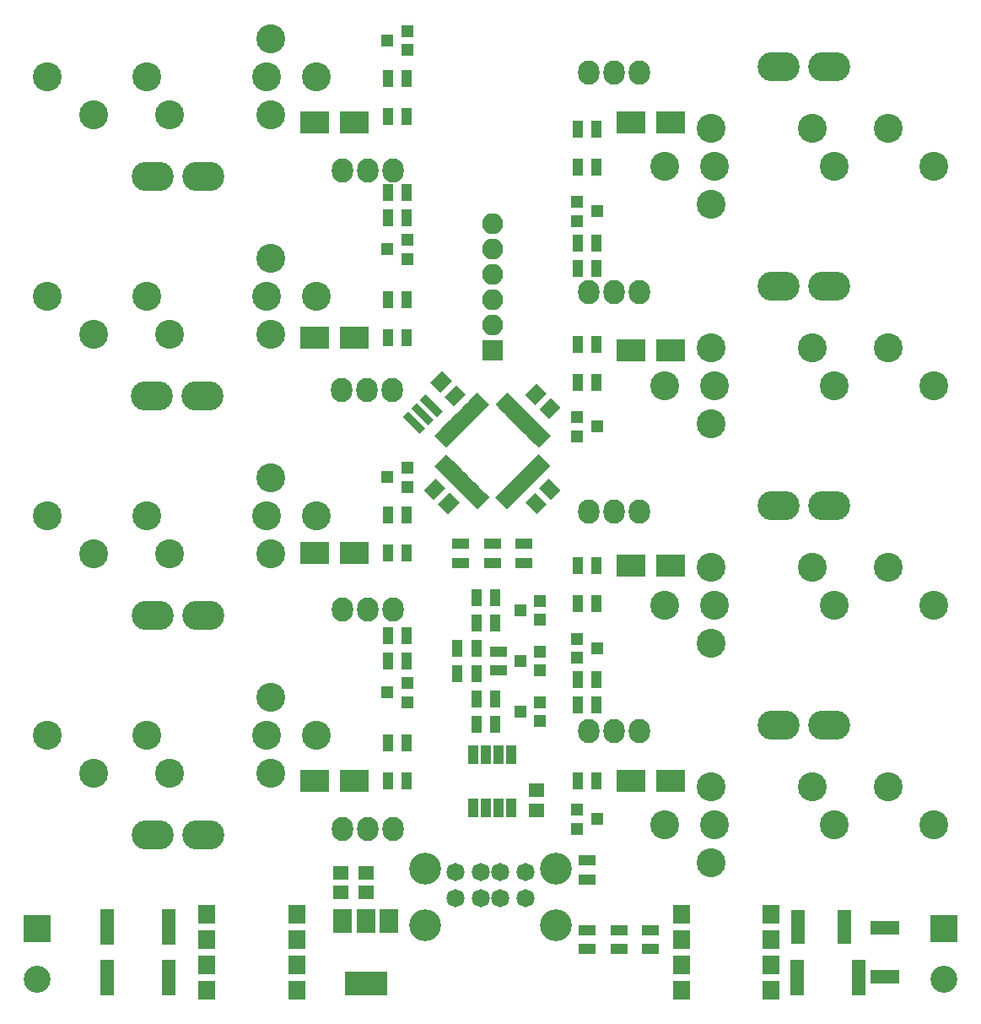
<source format=gts>
G04 #@! TF.FileFunction,Soldermask,Top*
%FSLAX46Y46*%
G04 Gerber Fmt 4.6, Leading zero omitted, Abs format (unit mm)*
G04 Created by KiCad (PCBNEW 4.0.2+dfsg1-stable) date Tue 05 Jun 2018 02:18:01 AM EDT*
%MOMM*%
G01*
G04 APERTURE LIST*
%ADD10C,0.150000*%
%ADD11R,2.900000X2.200000*%
%ADD12C,2.900000*%
%ADD13R,1.650000X1.400000*%
%ADD14R,1.400000X3.400000*%
%ADD15O,4.210000X2.940000*%
%ADD16O,2.127200X2.432000*%
%ADD17R,2.100000X2.100000*%
%ADD18O,2.100000X2.100000*%
%ADD19C,1.820000*%
%ADD20C,3.200000*%
%ADD21R,2.700000X2.700000*%
%ADD22C,2.700000*%
%ADD23R,1.300000X1.200000*%
%ADD24R,1.100000X1.700000*%
%ADD25R,1.700000X1.100000*%
%ADD26R,2.900000X1.400000*%
%ADD27R,1.400000X3.600000*%
%ADD28R,1.000000X1.950000*%
%ADD29R,4.200000X2.400000*%
%ADD30R,1.900000X2.400000*%
%ADD31R,1.700000X1.900000*%
G04 APERTURE END LIST*
D10*
D11*
X68040000Y44450000D03*
X64040000Y44450000D03*
D12*
X72110000Y44310000D03*
X72110000Y36690000D03*
X82270000Y44310000D03*
X89890000Y44310000D03*
X94500000Y40500000D03*
X84500000Y40500000D03*
X72500000Y40500000D03*
X67500000Y40500000D03*
D10*
G36*
X52127221Y50608311D02*
X51667602Y50148692D01*
X50465521Y51350773D01*
X50925140Y51810392D01*
X52127221Y50608311D01*
X52127221Y50608311D01*
G37*
G36*
X52480774Y50961864D02*
X52021155Y50502245D01*
X50819074Y51704326D01*
X51278693Y52163945D01*
X52480774Y50961864D01*
X52480774Y50961864D01*
G37*
G36*
X52834328Y51315418D02*
X52374709Y50855799D01*
X51172628Y52057880D01*
X51632247Y52517499D01*
X52834328Y51315418D01*
X52834328Y51315418D01*
G37*
G36*
X53187881Y51668971D02*
X52728262Y51209352D01*
X51526181Y52411433D01*
X51985800Y52871052D01*
X53187881Y51668971D01*
X53187881Y51668971D01*
G37*
G36*
X53541434Y52022524D02*
X53081815Y51562905D01*
X51879734Y52764986D01*
X52339353Y53224605D01*
X53541434Y52022524D01*
X53541434Y52022524D01*
G37*
G36*
X53894988Y52376078D02*
X53435369Y51916459D01*
X52233288Y53118540D01*
X52692907Y53578159D01*
X53894988Y52376078D01*
X53894988Y52376078D01*
G37*
G36*
X54248541Y52729631D02*
X53788922Y52270012D01*
X52586841Y53472093D01*
X53046460Y53931712D01*
X54248541Y52729631D01*
X54248541Y52729631D01*
G37*
G36*
X54602095Y53083185D02*
X54142476Y52623566D01*
X52940395Y53825647D01*
X53400014Y54285266D01*
X54602095Y53083185D01*
X54602095Y53083185D01*
G37*
G36*
X54955648Y53436738D02*
X54496029Y52977119D01*
X53293948Y54179200D01*
X53753567Y54638819D01*
X54955648Y53436738D01*
X54955648Y53436738D01*
G37*
G36*
X55309201Y53790291D02*
X54849582Y53330672D01*
X53647501Y54532753D01*
X54107120Y54992372D01*
X55309201Y53790291D01*
X55309201Y53790291D01*
G37*
G36*
X55662755Y54143845D02*
X55203136Y53684226D01*
X54001055Y54886307D01*
X54460674Y55345926D01*
X55662755Y54143845D01*
X55662755Y54143845D01*
G37*
G36*
X56016308Y54497398D02*
X55556689Y54037779D01*
X54354608Y55239860D01*
X54814227Y55699479D01*
X56016308Y54497398D01*
X56016308Y54497398D01*
G37*
G36*
X55556689Y57962221D02*
X56016308Y57502602D01*
X54814227Y56300521D01*
X54354608Y56760140D01*
X55556689Y57962221D01*
X55556689Y57962221D01*
G37*
G36*
X55203136Y58315774D02*
X55662755Y57856155D01*
X54460674Y56654074D01*
X54001055Y57113693D01*
X55203136Y58315774D01*
X55203136Y58315774D01*
G37*
G36*
X54849582Y58669328D02*
X55309201Y58209709D01*
X54107120Y57007628D01*
X53647501Y57467247D01*
X54849582Y58669328D01*
X54849582Y58669328D01*
G37*
G36*
X54496029Y59022881D02*
X54955648Y58563262D01*
X53753567Y57361181D01*
X53293948Y57820800D01*
X54496029Y59022881D01*
X54496029Y59022881D01*
G37*
G36*
X54142476Y59376434D02*
X54602095Y58916815D01*
X53400014Y57714734D01*
X52940395Y58174353D01*
X54142476Y59376434D01*
X54142476Y59376434D01*
G37*
G36*
X53788922Y59729988D02*
X54248541Y59270369D01*
X53046460Y58068288D01*
X52586841Y58527907D01*
X53788922Y59729988D01*
X53788922Y59729988D01*
G37*
G36*
X53435369Y60083541D02*
X53894988Y59623922D01*
X52692907Y58421841D01*
X52233288Y58881460D01*
X53435369Y60083541D01*
X53435369Y60083541D01*
G37*
G36*
X53081815Y60437095D02*
X53541434Y59977476D01*
X52339353Y58775395D01*
X51879734Y59235014D01*
X53081815Y60437095D01*
X53081815Y60437095D01*
G37*
G36*
X52728262Y60790648D02*
X53187881Y60331029D01*
X51985800Y59128948D01*
X51526181Y59588567D01*
X52728262Y60790648D01*
X52728262Y60790648D01*
G37*
G36*
X52374709Y61144201D02*
X52834328Y60684582D01*
X51632247Y59482501D01*
X51172628Y59942120D01*
X52374709Y61144201D01*
X52374709Y61144201D01*
G37*
G36*
X52021155Y61497755D02*
X52480774Y61038136D01*
X51278693Y59836055D01*
X50819074Y60295674D01*
X52021155Y61497755D01*
X52021155Y61497755D01*
G37*
G36*
X51667602Y61851308D02*
X52127221Y61391689D01*
X50925140Y60189608D01*
X50465521Y60649227D01*
X51667602Y61851308D01*
X51667602Y61851308D01*
G37*
G36*
X49864479Y60649227D02*
X49404860Y60189608D01*
X48202779Y61391689D01*
X48662398Y61851308D01*
X49864479Y60649227D01*
X49864479Y60649227D01*
G37*
G36*
X49510926Y60295674D02*
X49051307Y59836055D01*
X47849226Y61038136D01*
X48308845Y61497755D01*
X49510926Y60295674D01*
X49510926Y60295674D01*
G37*
G36*
X49157372Y59942120D02*
X48697753Y59482501D01*
X47495672Y60684582D01*
X47955291Y61144201D01*
X49157372Y59942120D01*
X49157372Y59942120D01*
G37*
G36*
X48803819Y59588567D02*
X48344200Y59128948D01*
X47142119Y60331029D01*
X47601738Y60790648D01*
X48803819Y59588567D01*
X48803819Y59588567D01*
G37*
G36*
X48450266Y59235014D02*
X47990647Y58775395D01*
X46788566Y59977476D01*
X47248185Y60437095D01*
X48450266Y59235014D01*
X48450266Y59235014D01*
G37*
G36*
X48096712Y58881460D02*
X47637093Y58421841D01*
X46435012Y59623922D01*
X46894631Y60083541D01*
X48096712Y58881460D01*
X48096712Y58881460D01*
G37*
G36*
X47743159Y58527907D02*
X47283540Y58068288D01*
X46081459Y59270369D01*
X46541078Y59729988D01*
X47743159Y58527907D01*
X47743159Y58527907D01*
G37*
G36*
X47389605Y58174353D02*
X46929986Y57714734D01*
X45727905Y58916815D01*
X46187524Y59376434D01*
X47389605Y58174353D01*
X47389605Y58174353D01*
G37*
G36*
X47036052Y57820800D02*
X46576433Y57361181D01*
X45374352Y58563262D01*
X45833971Y59022881D01*
X47036052Y57820800D01*
X47036052Y57820800D01*
G37*
G36*
X46682499Y57467247D02*
X46222880Y57007628D01*
X45020799Y58209709D01*
X45480418Y58669328D01*
X46682499Y57467247D01*
X46682499Y57467247D01*
G37*
G36*
X46328945Y57113693D02*
X45869326Y56654074D01*
X44667245Y57856155D01*
X45126864Y58315774D01*
X46328945Y57113693D01*
X46328945Y57113693D01*
G37*
G36*
X45975392Y56760140D02*
X45515773Y56300521D01*
X44313692Y57502602D01*
X44773311Y57962221D01*
X45975392Y56760140D01*
X45975392Y56760140D01*
G37*
G36*
X45515773Y55699479D02*
X45975392Y55239860D01*
X44773311Y54037779D01*
X44313692Y54497398D01*
X45515773Y55699479D01*
X45515773Y55699479D01*
G37*
G36*
X45869326Y55345926D02*
X46328945Y54886307D01*
X45126864Y53684226D01*
X44667245Y54143845D01*
X45869326Y55345926D01*
X45869326Y55345926D01*
G37*
G36*
X46222880Y54992372D02*
X46682499Y54532753D01*
X45480418Y53330672D01*
X45020799Y53790291D01*
X46222880Y54992372D01*
X46222880Y54992372D01*
G37*
G36*
X46576433Y54638819D02*
X47036052Y54179200D01*
X45833971Y52977119D01*
X45374352Y53436738D01*
X46576433Y54638819D01*
X46576433Y54638819D01*
G37*
G36*
X46929986Y54285266D02*
X47389605Y53825647D01*
X46187524Y52623566D01*
X45727905Y53083185D01*
X46929986Y54285266D01*
X46929986Y54285266D01*
G37*
G36*
X47283540Y53931712D02*
X47743159Y53472093D01*
X46541078Y52270012D01*
X46081459Y52729631D01*
X47283540Y53931712D01*
X47283540Y53931712D01*
G37*
G36*
X47637093Y53578159D02*
X48096712Y53118540D01*
X46894631Y51916459D01*
X46435012Y52376078D01*
X47637093Y53578159D01*
X47637093Y53578159D01*
G37*
G36*
X47990647Y53224605D02*
X48450266Y52764986D01*
X47248185Y51562905D01*
X46788566Y52022524D01*
X47990647Y53224605D01*
X47990647Y53224605D01*
G37*
G36*
X48344200Y52871052D02*
X48803819Y52411433D01*
X47601738Y51209352D01*
X47142119Y51668971D01*
X48344200Y52871052D01*
X48344200Y52871052D01*
G37*
G36*
X48697753Y52517499D02*
X49157372Y52057880D01*
X47955291Y50855799D01*
X47495672Y51315418D01*
X48697753Y52517499D01*
X48697753Y52517499D01*
G37*
G36*
X49051307Y52163945D02*
X49510926Y51704326D01*
X48308845Y50502245D01*
X47849226Y50961864D01*
X49051307Y52163945D01*
X49051307Y52163945D01*
G37*
G36*
X49404860Y51810392D02*
X49864479Y51350773D01*
X48662398Y50148692D01*
X48202779Y50608311D01*
X49404860Y51810392D01*
X49404860Y51810392D01*
G37*
G36*
X57030445Y60341281D02*
X55863719Y59174555D01*
X54873769Y60164505D01*
X56040495Y61331231D01*
X57030445Y60341281D01*
X57030445Y60341281D01*
G37*
G36*
X55616231Y61755495D02*
X54449505Y60588769D01*
X53459555Y61578719D01*
X54626281Y62745445D01*
X55616231Y61755495D01*
X55616231Y61755495D01*
G37*
G36*
X46870445Y50816281D02*
X45703719Y49649555D01*
X44713769Y50639505D01*
X45880495Y51806231D01*
X46870445Y50816281D01*
X46870445Y50816281D01*
G37*
G36*
X45456231Y52230495D02*
X44289505Y51063769D01*
X43299555Y52053719D01*
X44466281Y53220445D01*
X45456231Y52230495D01*
X45456231Y52230495D01*
G37*
G36*
X47505445Y61611281D02*
X46338719Y60444555D01*
X45348769Y61434505D01*
X46515495Y62601231D01*
X47505445Y61611281D01*
X47505445Y61611281D01*
G37*
G36*
X46091231Y63025495D02*
X44924505Y61858769D01*
X43934555Y62848719D01*
X45101281Y64015445D01*
X46091231Y63025495D01*
X46091231Y63025495D01*
G37*
G36*
X55863719Y53220445D02*
X57030445Y52053719D01*
X56040495Y51063769D01*
X54873769Y52230495D01*
X55863719Y53220445D01*
X55863719Y53220445D01*
G37*
G36*
X54449505Y51806231D02*
X55616231Y50639505D01*
X54626281Y49649555D01*
X53459555Y50816281D01*
X54449505Y51806231D01*
X54449505Y51806231D01*
G37*
D13*
X54610000Y19955000D03*
X54610000Y21955000D03*
X34925000Y11700000D03*
X34925000Y13700000D03*
X37465000Y11700000D03*
X37465000Y13700000D03*
D14*
X85485000Y8255000D03*
X80885000Y8255000D03*
D12*
X27890000Y89690000D03*
X27890000Y97310000D03*
X17730000Y89690000D03*
X10110000Y89690000D03*
X5500000Y93500000D03*
X15500000Y93500000D03*
X27500000Y93500000D03*
X32500000Y93500000D03*
X72110000Y88310000D03*
X72110000Y80690000D03*
X82270000Y88310000D03*
X89890000Y88310000D03*
X94500000Y84500000D03*
X84500000Y84500000D03*
X72500000Y84500000D03*
X67500000Y84500000D03*
X72110000Y66310000D03*
X72110000Y58690000D03*
X82270000Y66310000D03*
X89890000Y66310000D03*
X94500000Y62500000D03*
X84500000Y62500000D03*
X72500000Y62500000D03*
X67500000Y62500000D03*
X72110000Y22310000D03*
X72110000Y14690000D03*
X82270000Y22310000D03*
X89890000Y22310000D03*
X94500000Y18500000D03*
X84500000Y18500000D03*
X72500000Y18500000D03*
X67500000Y18500000D03*
X27890000Y23690000D03*
X27890000Y31310000D03*
X17730000Y23690000D03*
X10110000Y23690000D03*
X5500000Y27500000D03*
X15500000Y27500000D03*
X27500000Y27500000D03*
X32500000Y27500000D03*
X27890000Y45690000D03*
X27890000Y53310000D03*
X17730000Y45690000D03*
X10110000Y45690000D03*
X5500000Y49500000D03*
X15500000Y49500000D03*
X27500000Y49500000D03*
X32500000Y49500000D03*
X27890000Y67690000D03*
X27890000Y75310000D03*
X17730000Y67690000D03*
X10110000Y67690000D03*
X5500000Y71500000D03*
X15500000Y71500000D03*
X27500000Y71500000D03*
X32500000Y71500000D03*
D15*
X16050000Y83500000D03*
X21130000Y83500000D03*
D16*
X35100000Y84074800D03*
X37640000Y84074800D03*
X40180000Y84074800D03*
D15*
X83950000Y94500000D03*
X78870000Y94500000D03*
D16*
X64900000Y93925200D03*
X62360000Y93925200D03*
X59820000Y93925200D03*
D15*
X83950000Y72500000D03*
X78870000Y72500000D03*
D16*
X64900000Y71925200D03*
X62360000Y71925200D03*
X59820000Y71925200D03*
D15*
X83950000Y50500000D03*
X78870000Y50500000D03*
D16*
X64900000Y49925200D03*
X62360000Y49925200D03*
X59820000Y49925200D03*
D15*
X83950000Y28500000D03*
X78870000Y28500000D03*
D16*
X64900000Y27925200D03*
X62360000Y27925200D03*
X59820000Y27925200D03*
D15*
X16050000Y17500000D03*
X21130000Y17500000D03*
D16*
X35100000Y18074800D03*
X37640000Y18074800D03*
X40180000Y18074800D03*
D15*
X16050000Y39500000D03*
X21130000Y39500000D03*
D16*
X35100000Y40074800D03*
X37640000Y40074800D03*
X40180000Y40074800D03*
D15*
X16000000Y61500000D03*
X21080000Y61500000D03*
D16*
X35050000Y62074800D03*
X37590000Y62074800D03*
X40130000Y62074800D03*
D17*
X50165000Y66040000D03*
D18*
X50165000Y68580000D03*
X50165000Y71120000D03*
X50165000Y73660000D03*
X50165000Y76200000D03*
X50165000Y78740000D03*
D19*
X46500000Y13725005D03*
X49000000Y13725005D03*
X51000000Y13725005D03*
X53500000Y13725005D03*
X46500000Y11105005D03*
X49000000Y11105005D03*
X51000000Y11105005D03*
X53500000Y11105005D03*
D20*
X56570000Y8395005D03*
X56570000Y14075005D03*
X43430000Y14075005D03*
X43430000Y8395005D03*
D21*
X95500000Y8040000D03*
D22*
X95500000Y2960000D03*
D21*
X4445000Y8040000D03*
D22*
X4445000Y2960000D03*
D23*
X41640000Y96205000D03*
X41640000Y98105000D03*
X39640000Y97155000D03*
X58690000Y80960000D03*
X58690000Y79060000D03*
X60690000Y80010000D03*
X58690000Y59370000D03*
X58690000Y57470000D03*
X60690000Y58420000D03*
X58690000Y37145000D03*
X58690000Y35245000D03*
X60690000Y36195000D03*
X58690000Y20000000D03*
X58690000Y18100000D03*
X60690000Y19050000D03*
X41640000Y30800000D03*
X41640000Y32700000D03*
X39640000Y31750000D03*
X41640000Y52390000D03*
X41640000Y54290000D03*
X39640000Y53340000D03*
X41640000Y75250000D03*
X41640000Y77150000D03*
X39640000Y76200000D03*
X54975000Y33975000D03*
X54975000Y35875000D03*
X52975000Y34925000D03*
X54975000Y39055000D03*
X54975000Y40955000D03*
X52975000Y40005000D03*
X54975000Y28895000D03*
X54975000Y30795000D03*
X52975000Y29845000D03*
D24*
X39690000Y89535000D03*
X41590000Y89535000D03*
X39690000Y93345000D03*
X41590000Y93345000D03*
X41590000Y81915000D03*
X39690000Y81915000D03*
X60640000Y84455000D03*
X58740000Y84455000D03*
X60640000Y88265000D03*
X58740000Y88265000D03*
X58740000Y76835000D03*
X60640000Y76835000D03*
X60640000Y62865000D03*
X58740000Y62865000D03*
X60640000Y66675000D03*
X58740000Y66675000D03*
X58740000Y74295000D03*
X60640000Y74295000D03*
X60640000Y40640000D03*
X58740000Y40640000D03*
X60640000Y44450000D03*
X58740000Y44450000D03*
X58740000Y30480000D03*
X60640000Y30480000D03*
X60640000Y22860000D03*
X58740000Y22860000D03*
D25*
X59690000Y14920000D03*
X59690000Y13020000D03*
D24*
X58740000Y33020000D03*
X60640000Y33020000D03*
X39690000Y22860000D03*
X41590000Y22860000D03*
X39690000Y26670000D03*
X41590000Y26670000D03*
X41590000Y34925000D03*
X39690000Y34925000D03*
X39690000Y49530000D03*
X41590000Y49530000D03*
X39690000Y45720000D03*
X41590000Y45720000D03*
X41590000Y37465000D03*
X39690000Y37465000D03*
X39690000Y67310000D03*
X41590000Y67310000D03*
X39690000Y71120000D03*
X41590000Y71120000D03*
X41590000Y79375000D03*
X39690000Y79375000D03*
X48575000Y36195000D03*
X46675000Y36195000D03*
X48575000Y33655000D03*
X46675000Y33655000D03*
D25*
X50800000Y33975000D03*
X50800000Y35875000D03*
D24*
X48580000Y41275000D03*
X50480000Y41275000D03*
X48580000Y31115000D03*
X50480000Y31115000D03*
X48580000Y38735000D03*
X50480000Y38735000D03*
X48580000Y28575000D03*
X50480000Y28575000D03*
D25*
X53340000Y44770000D03*
X53340000Y46670000D03*
X46990000Y44770000D03*
X46990000Y46670000D03*
X50165000Y44770000D03*
X50165000Y46670000D03*
X59690000Y7935000D03*
X59690000Y6035000D03*
D26*
X89535000Y3265000D03*
X89535000Y8165000D03*
D27*
X86920000Y3175000D03*
X80720000Y3175000D03*
D25*
X62865000Y6035000D03*
X62865000Y7935000D03*
X66040000Y6035000D03*
X66040000Y7935000D03*
D27*
X17705000Y8255000D03*
X11505000Y8255000D03*
X17705000Y3175000D03*
X11505000Y3175000D03*
D28*
X52070000Y25560000D03*
X50800000Y25560000D03*
X49530000Y25560000D03*
X48260000Y25560000D03*
X48260000Y20160000D03*
X49530000Y20160000D03*
X50800000Y20160000D03*
X52070000Y20160000D03*
D29*
X37465000Y2565000D03*
D30*
X37465000Y8865000D03*
X35165000Y8865000D03*
X39765000Y8865000D03*
D31*
X78160000Y4445000D03*
X78160000Y1905000D03*
X78160000Y9525000D03*
X78160000Y6985000D03*
X69160000Y9525000D03*
X69160000Y6985000D03*
X69160000Y4445000D03*
X69160000Y1905000D03*
X21535000Y6985000D03*
X21535000Y9525000D03*
X21535000Y1905000D03*
X21535000Y4445000D03*
X30535000Y1905000D03*
X30535000Y4445000D03*
X30535000Y6985000D03*
X30535000Y9525000D03*
D10*
G36*
X43745685Y58558629D02*
X42048629Y60255685D01*
X42614315Y60821371D01*
X44311371Y59124315D01*
X43745685Y58558629D01*
X43745685Y58558629D01*
G37*
G36*
X44594213Y59407157D02*
X42897157Y61104213D01*
X43462843Y61669899D01*
X45159899Y59972843D01*
X44594213Y59407157D01*
X44594213Y59407157D01*
G37*
G36*
X42897157Y57710101D02*
X41200101Y59407157D01*
X41765787Y59972843D01*
X43462843Y58275787D01*
X42897157Y57710101D01*
X42897157Y57710101D01*
G37*
D11*
X32290000Y88900000D03*
X36290000Y88900000D03*
X68040000Y88900000D03*
X64040000Y88900000D03*
X68040000Y66040000D03*
X64040000Y66040000D03*
X68040000Y22860000D03*
X64040000Y22860000D03*
X32290000Y22860000D03*
X36290000Y22860000D03*
X32290000Y45720000D03*
X36290000Y45720000D03*
X32290000Y67310000D03*
X36290000Y67310000D03*
M02*

</source>
